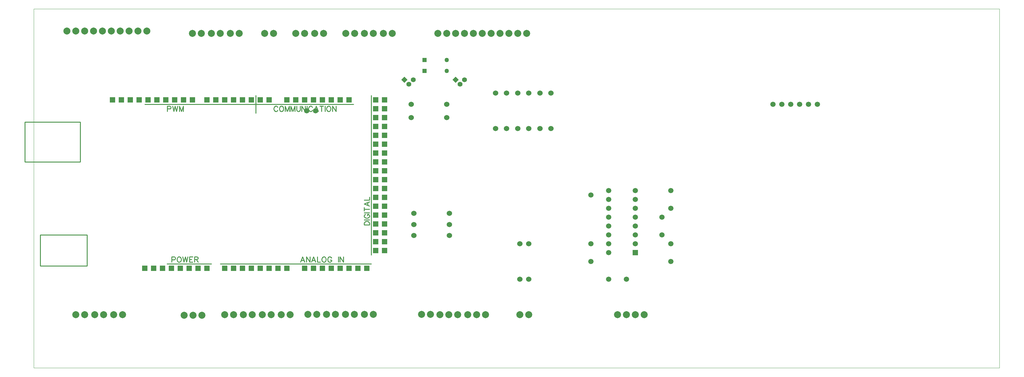
<source format=gbr>
G04 DipTrace 3.0.0.1*
G04 TopAssy.gbr*
%MOMM*%
G04 #@! TF.FileFunction,Drawing,Top*
G04 #@! TF.Part,Single*
%AMOUTLINE0*5,1,4,0,0,1.8,-90.0*%
%ADD10C,0.25*%
%ADD17C,0.03333*%
G04 #@! TA.AperFunction,ComponentPad*
%ADD19C,1.5*%
%ADD21C,2.0*%
%ADD22R,1.5X1.5*%
%ADD23R,1.27X1.27*%
%ADD24C,1.27*%
%ADD25C,1.524*%
%ADD26C,1.524*%
%ADD27C,1.5*%
%ADD28C,1.4*%
%ADD60C,0.23529*%
G04 #@! TA.AperFunction,ComponentPad*
%ADD61OUTLINE0*%
%FSLAX35Y35*%
G04*
G71*
G90*
G75*
G01*
G04 TopAssy*
%LPD*%
D21*
X2540000Y8890000D3*
X2794000D3*
X3048000D3*
X3302000D3*
X2032000D3*
X2286000D3*
X8096250Y8826500D3*
X8350250D3*
X11160123Y777873D3*
X11414123D3*
X11684000Y762000D3*
X11938000D3*
X12192000D3*
X8985250Y8826500D3*
X9239250D3*
X7556500D3*
X7810500D3*
X6667500D3*
X6921500D3*
X5683250D3*
X5937250D3*
X5143500D3*
X5397500D3*
X12477750Y762000D3*
X12731750D3*
X12985750D3*
X5143310Y2222348D2*
D10*
X3873818D1*
X5396992D2*
X9714992D1*
X1397445Y6286322D2*
X-190500D1*
Y5143246D1*
X1397445D1*
X9714992Y7048551D2*
Y2476246D1*
X6413881Y7048551D2*
Y6540754D1*
Y6794652D2*
X3237992D1*
X9207627D2*
X6413881D1*
X1397445Y5143246D2*
Y6286322D1*
X254254Y2158873D2*
Y3048051D1*
Y2158873D2*
X1587437D1*
X254254Y3048051D2*
X1587437D1*
Y2158873D1*
D22*
X10096500Y2603500D3*
Y2857500D3*
Y3111500D3*
Y3365500D3*
Y3619500D3*
Y3873500D3*
Y4127500D3*
Y4381500D3*
Y4635500D3*
Y4889500D3*
Y5143500D3*
Y5397500D3*
Y5651500D3*
Y5905500D3*
Y6159500D3*
Y6413500D3*
Y6667500D3*
X9842500Y6921500D3*
Y2603500D3*
Y2857500D3*
Y3111500D3*
Y3365500D3*
Y3619500D3*
Y3873500D3*
Y4127500D3*
Y4381500D3*
Y4635500D3*
Y4889500D3*
Y5143500D3*
Y5397500D3*
Y5651500D3*
Y5905500D3*
Y6159500D3*
Y6413500D3*
Y6667500D3*
X10096500Y6921500D3*
X4508500Y2095500D3*
X4000500D3*
X3746500D3*
X3492500D3*
X3238500D3*
X6794500D3*
X6540500D3*
X6286500D3*
X6032500D3*
X5778500D3*
X5524500D3*
X4605020Y6921500D3*
X4351020D3*
X4097020D3*
X3843020D3*
X3589020D3*
X3335020D3*
X3081020D3*
X2824480D3*
X2573020D3*
X2319020D3*
X6794500D3*
X6540500D3*
X6286500D3*
X6032500D3*
X5778500D3*
X5524500D3*
X5270500D3*
X5016500D3*
X7302500D3*
X7556500D3*
X7810500D3*
X8064500D3*
X8318500D3*
X8572500D3*
X8826500D3*
X9080500D3*
X7048500Y2095500D3*
X7302500D3*
X7810500D3*
X8064500D3*
X8318500D3*
X8572500D3*
X8826500D3*
X9080500D3*
X9334500D3*
X9588500D3*
X4254500D3*
X5016500D3*
X4762500D3*
D21*
X1016000Y8890000D3*
X1270000D3*
D23*
X11239500Y8064500D3*
D24*
X11874500D3*
D21*
X4603750Y8826500D3*
X4857750D3*
X11620500D3*
X11874500D3*
X12128500D3*
X12381220Y8825657D3*
X12635220D3*
X12889220D3*
X13144500Y8826500D3*
X13398500D3*
X13652500D3*
X13906500D3*
X14160500D3*
X9525000D3*
X9779000D3*
X10064750D3*
X10318750D3*
X1270000Y762000D3*
X1524000D3*
X1809753D3*
X2063753D3*
X2349503D3*
X2603503D3*
X1524000Y8890000D3*
X1778000D3*
D25*
X11874500Y6794500D3*
D26*
X10858500D3*
D23*
X11239500Y7747000D3*
D24*
X11874500D3*
D21*
X5523703Y762557D3*
X5777703D3*
X6062983Y761567D3*
X6316983D3*
X6604000Y762000D3*
X6858000D3*
X7144333Y763443D3*
X7398333D3*
X7901193Y771533D3*
X8155193D3*
X8441527Y773223D3*
X8695527D3*
X8981263Y773350D3*
X9235263D3*
X9521140Y773347D3*
X9775140D3*
X4364227Y745450D3*
X4618227D3*
X4872227D3*
D22*
X17272000Y2540000D3*
D27*
Y2794000D3*
Y3048000D3*
Y3302000D3*
Y3556000D3*
Y3810000D3*
Y4064000D3*
Y4318000D3*
X16510000D3*
Y4064000D3*
Y3810000D3*
Y3556000D3*
Y3302000D3*
Y3048000D3*
Y2794000D3*
Y2540000D3*
D25*
X13589000Y7112000D3*
D26*
Y6096000D3*
D25*
X13271500Y7112000D3*
D26*
Y6096000D3*
D25*
X13906500Y7112000D3*
D26*
Y6096000D3*
D25*
X14224000Y7112000D3*
D26*
Y6096000D3*
D25*
X14541500Y7112000D3*
D26*
Y6096000D3*
D25*
X14859000Y7112000D3*
D26*
Y6096000D3*
D25*
X10858500Y6413500D3*
D26*
X11874500D3*
D25*
X10936333Y3666287D3*
D26*
X11952333D3*
D25*
X10936333Y3348787D3*
D26*
X11952333D3*
D25*
X10936333Y3031287D3*
D26*
X11952333D3*
D28*
X12382500Y7493000D3*
X12255500Y7366000D3*
D61*
X12128500Y7493000D3*
D28*
X10922000D3*
X10795000Y7366000D3*
D61*
X10668000Y7493000D3*
D19*
X18288000Y2286000D3*
Y2794000D3*
X18034000Y3556000D3*
Y3048000D3*
X18288000Y3810000D3*
Y4318000D3*
X16002000Y2286000D3*
Y2794000D3*
X16510000Y1778000D3*
X17018000D3*
D21*
X16764000Y762000D3*
X17018000D3*
X17272000D3*
X17526000D3*
D19*
X7874000Y6604000D3*
X8128000D3*
X16002000Y4191000D3*
D21*
X13970000Y762000D3*
X14224000D3*
D25*
X13970000Y1778000D3*
D26*
Y2794000D3*
D25*
X14224000Y1778000D3*
D26*
Y2794000D3*
D19*
X22479000Y6794500D3*
X21209000D3*
X22225000D3*
X21971000D3*
X21717000D3*
X21463000D3*
X63500Y9525000D2*
D17*
X27686000D1*
Y-762000D1*
X63500D1*
Y9525000D1*
X4011884Y2344368D2*
D60*
X4077584D1*
X4099315Y2351612D1*
X4106728Y2359024D1*
X4113971Y2373512D1*
Y2395412D1*
X4106728Y2409900D1*
X4099315Y2417312D1*
X4077584Y2424556D1*
X4011884D1*
Y2271424D1*
X4204830Y2424556D2*
X4190174Y2417312D1*
X4175686Y2402656D1*
X4168274Y2388168D1*
X4161030Y2366268D1*
Y2329712D1*
X4168274Y2307981D1*
X4175686Y2293324D1*
X4190174Y2278837D1*
X4204830Y2271424D1*
X4233974D1*
X4248462Y2278837D1*
X4263118Y2293324D1*
X4270362Y2307981D1*
X4277606Y2329712D1*
Y2366268D1*
X4270362Y2388168D1*
X4263118Y2402656D1*
X4248462Y2417312D1*
X4233974Y2424556D1*
X4204830D1*
X4324664D2*
X4361221Y2271424D1*
X4397608Y2424556D1*
X4433996Y2271424D1*
X4470552Y2424556D1*
X4612286D2*
X4517611D1*
Y2271424D1*
X4612286D1*
X4517611Y2351612D2*
X4575899D1*
X4659345D2*
X4724877D1*
X4746777Y2359024D1*
X4754189Y2366268D1*
X4761433Y2380756D1*
Y2395412D1*
X4754189Y2409900D1*
X4746777Y2417312D1*
X4724877Y2424556D1*
X4659345D1*
Y2271424D1*
X4710389Y2351612D2*
X4761433Y2271424D1*
X7811882D2*
X7753425Y2424556D1*
X7695138Y2271424D1*
X7717038Y2322468D2*
X7789982D1*
X7961028Y2424556D2*
Y2271424D1*
X7858940Y2424556D1*
Y2271424D1*
X8124831D2*
X8066375Y2424556D1*
X8008087Y2271424D1*
X8029987Y2322468D2*
X8102931D1*
X8171890Y2424556D2*
Y2271424D1*
X8259321D1*
X8350180Y2424556D2*
X8335524Y2417312D1*
X8321036Y2402656D1*
X8313624Y2388168D1*
X8306380Y2366268D1*
Y2329712D1*
X8313624Y2307981D1*
X8321036Y2293324D1*
X8335524Y2278837D1*
X8350180Y2271424D1*
X8379324D1*
X8393811Y2278837D1*
X8408468Y2293324D1*
X8415711Y2307981D1*
X8422955Y2329712D1*
Y2366268D1*
X8415711Y2388168D1*
X8408468Y2402656D1*
X8393811Y2417312D1*
X8379324Y2424556D1*
X8350180D1*
X8579346Y2388168D2*
X8572102Y2402656D1*
X8557446Y2417312D1*
X8542958Y2424556D1*
X8513814D1*
X8499158Y2417312D1*
X8484670Y2402656D1*
X8477258Y2388168D1*
X8470014Y2366268D1*
Y2329712D1*
X8477258Y2307981D1*
X8484670Y2293324D1*
X8499158Y2278837D1*
X8513814Y2271424D1*
X8542958D1*
X8557446Y2278837D1*
X8572102Y2293324D1*
X8579346Y2307981D1*
Y2329712D1*
X8542958D1*
X8774540Y2424556D2*
Y2271424D1*
X8923687Y2424556D2*
Y2271424D1*
X8821599Y2424556D1*
Y2271424D1*
X9513000Y3336117D2*
X9666131D1*
Y3387161D1*
X9658719Y3409061D1*
X9644231Y3423717D1*
X9629575Y3430961D1*
X9607844Y3438205D1*
X9571287D1*
X9549387Y3430961D1*
X9534900Y3423717D1*
X9520244Y3409061D1*
X9513000Y3387161D1*
Y3336117D1*
Y3485263D2*
X9666131D1*
X9549387Y3641654D2*
X9534900Y3634410D1*
X9520244Y3619754D1*
X9513000Y3605266D1*
Y3576122D1*
X9520244Y3561466D1*
X9534900Y3546978D1*
X9549387Y3539566D1*
X9571287Y3532322D1*
X9607844D1*
X9629575Y3539566D1*
X9644231Y3546978D1*
X9658719Y3561466D1*
X9666131Y3576122D1*
Y3605266D1*
X9658719Y3619754D1*
X9644231Y3634410D1*
X9629575Y3641654D1*
X9607844D1*
Y3605266D1*
X9513000Y3688712D2*
X9666131D1*
X9513000Y3786815D2*
X9666131D1*
X9513000Y3735771D2*
Y3837859D1*
X9666131Y4001662D2*
X9513000Y3943205D1*
X9666131Y3884918D1*
X9615087Y3906818D2*
Y3979762D1*
X9513000Y4048720D2*
X9666131D1*
Y4136152D1*
X3885582Y6662775D2*
X3951282D1*
X3973014Y6670018D1*
X3980426Y6677431D1*
X3987670Y6691918D1*
Y6713818D1*
X3980426Y6728306D1*
X3973014Y6735718D1*
X3951282Y6742962D1*
X3885582D1*
Y6589831D1*
X4034729Y6742962D2*
X4071285Y6589831D1*
X4107673Y6742962D1*
X4144060Y6589831D1*
X4180616Y6742962D1*
X4344251Y6589831D2*
Y6742962D1*
X4285963Y6589831D1*
X4227675Y6742962D1*
Y6589831D1*
X7042342Y6706575D2*
X7035098Y6721062D1*
X7020442Y6735718D1*
X7005955Y6742962D1*
X6976811D1*
X6962155Y6735718D1*
X6947667Y6721062D1*
X6940255Y6706575D1*
X6933011Y6684675D1*
Y6648118D1*
X6940255Y6626387D1*
X6947667Y6611731D1*
X6962155Y6597243D1*
X6976811Y6589831D1*
X7005955D1*
X7020442Y6597243D1*
X7035098Y6611731D1*
X7042342Y6626387D1*
X7133201Y6742962D2*
X7118545Y6735718D1*
X7104057Y6721062D1*
X7096645Y6706575D1*
X7089401Y6684675D1*
Y6648118D1*
X7096645Y6626387D1*
X7104057Y6611731D1*
X7118545Y6597243D1*
X7133201Y6589831D1*
X7162345D1*
X7176833Y6597243D1*
X7191489Y6611731D1*
X7198733Y6626387D1*
X7205976Y6648118D1*
Y6684675D1*
X7198733Y6706575D1*
X7191489Y6721062D1*
X7176833Y6735718D1*
X7162345Y6742962D1*
X7133201D1*
X7369611Y6589831D2*
Y6742962D1*
X7311323Y6589831D1*
X7253035Y6742962D1*
Y6589831D1*
X7533245D2*
Y6742962D1*
X7474957Y6589831D1*
X7416669Y6742962D1*
Y6589831D1*
X7580304Y6742962D2*
Y6633631D1*
X7587548Y6611731D1*
X7602204Y6597243D1*
X7624104Y6589831D1*
X7638591D1*
X7660491Y6597243D1*
X7675148Y6611731D1*
X7682391Y6633631D1*
Y6742962D1*
X7831538D2*
Y6589831D1*
X7729450Y6742962D1*
Y6589831D1*
X7878597Y6742962D2*
Y6589831D1*
X8034987Y6706575D2*
X8027743Y6721062D1*
X8013087Y6735718D1*
X7998599Y6742962D1*
X7969456D1*
X7954799Y6735718D1*
X7940312Y6721062D1*
X7932899Y6706575D1*
X7925656Y6684675D1*
Y6648118D1*
X7932899Y6626387D1*
X7940312Y6611731D1*
X7954799Y6597243D1*
X7969456Y6589831D1*
X7998599D1*
X8013087Y6597243D1*
X8027743Y6611731D1*
X8034987Y6626387D1*
X8198790Y6589831D2*
X8140334Y6742962D1*
X8082046Y6589831D1*
X8103946Y6640875D2*
X8176890D1*
X8296892Y6742962D2*
Y6589831D1*
X8245849Y6742962D2*
X8347936D1*
X8394995D2*
Y6589831D1*
X8485854Y6742962D2*
X8471198Y6735718D1*
X8456710Y6721062D1*
X8449298Y6706575D1*
X8442054Y6684675D1*
Y6648118D1*
X8449298Y6626387D1*
X8456710Y6611731D1*
X8471198Y6597243D1*
X8485854Y6589831D1*
X8514998D1*
X8529485Y6597243D1*
X8544142Y6611731D1*
X8551385Y6626387D1*
X8558629Y6648118D1*
Y6684675D1*
X8551385Y6706575D1*
X8544142Y6721062D1*
X8529485Y6735718D1*
X8514998Y6742962D1*
X8485854D1*
X8707776D2*
Y6589831D1*
X8605688Y6742962D1*
Y6589831D1*
M02*

</source>
